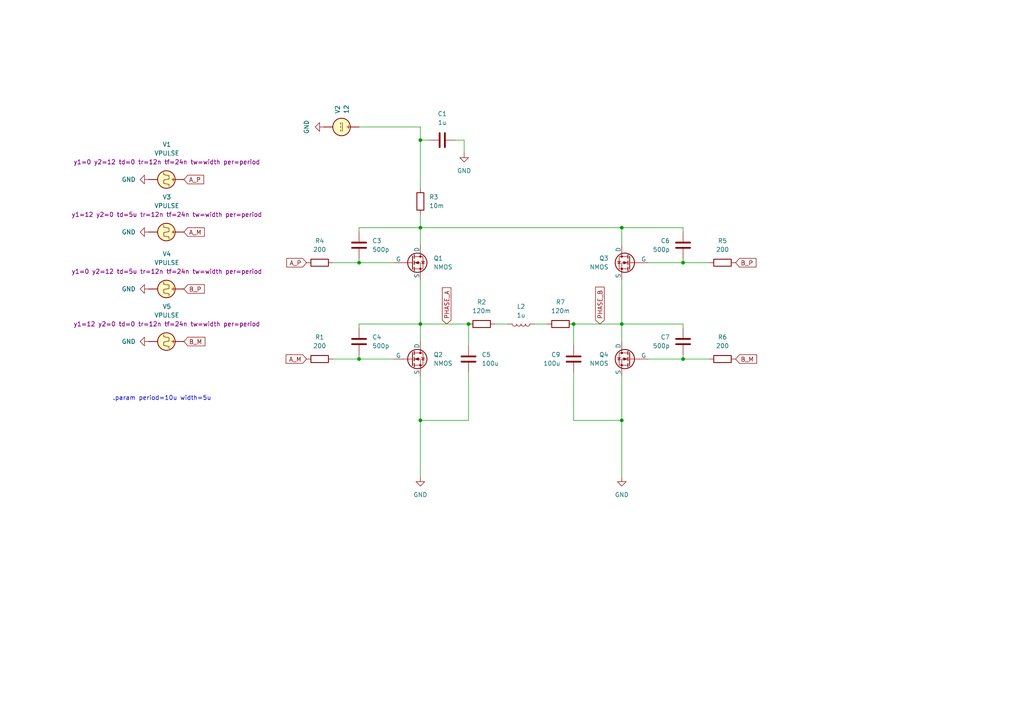
<source format=kicad_sch>
(kicad_sch (version 20250114) (generator "eeschema") (generator_version "9.0")
  (paper "A4")
  (lib_symbols
    (symbol "Device:C" (pin_numbers (hide yes)) (pin_names (offset 0.254))
      (property "Reference" "C" (at 0.635 2.54 0))
      (property "Value" "C" (at 0.635 -2.54 0))
      (symbol "C_0_1"
        (polyline (pts (xy -2.032 0.762) (xy 2.032 0.762)) (stroke (width 0.508)))
        (polyline (pts (xy -2.032 -0.762) (xy 2.032 -0.762)) (stroke (width 0.508)))
      )
      (symbol "C_1_1"
        (pin passive line (at 0 3.81 270) (length 2.794) (name "~") (number "1"))
        (pin passive line (at 0 -3.81 90) (length 2.794) (name "~") (number "2"))
      )
    )
    (symbol "Device:L" (pin_numbers (hide yes)) (pin_names (offset 1.016) (hide yes))
      (property "Reference" "L" (at -1.27 0 90))
      (property "Value" "L" (at 1.905 0 90))
      (symbol "L_0_1"
        (arc (start 0 2.54) (mid 0.6323 1.905) (end 0 1.27))
        (arc (start 0 1.27) (mid 0.6323 0.635) (end 0 0))
        (arc (start 0 0) (mid 0.6323 -0.635) (end 0 -1.27))
        (arc (start 0 -1.27) (mid 0.6323 -1.905) (end 0 -2.54))
      )
      (symbol "L_1_1"
        (pin passive line (at 0 3.81 270) (length 1.27) (name "1") (number "1"))
        (pin passive line (at 0 -3.81 90) (length 1.27) (name "2") (number "2"))
      )
    )
    (symbol "Device:R" (pin_numbers (hide yes)) (pin_names (offset 0))
      (property "Reference" "R" (at 2.032 0 90))
      (property "Value" "R" (at 0 0 90))
      (symbol "R_0_1"
        (rectangle (start -1.016 -2.54) (end 1.016 2.54) (stroke (width 0.254)))
      )
      (symbol "R_1_1"
        (pin passive line (at 0 3.81 270) (length 1.27) (name "~") (number "1"))
        (pin passive line (at 0 -3.81 90) (length 1.27) (name "~") (number "2"))
      )
    )
    (symbol "Simulation_SPICE:NMOS" (pin_numbers (hide yes)) (pin_names (offset 0))
      (property "Reference" "Q" (at 5.08 1.27 0))
      (property "Value" "NMOS" (at 5.08 -1.27 0))
      (symbol "NMOS_0_1"
        (polyline (pts (xy 0.254 1.905) (xy 0.254 -1.905)) (stroke (width 0.254)))
        (polyline (pts (xy 0.254 0) (xy -2.54 0)))
        (polyline (pts (xy 0.762 2.286) (xy 0.762 1.27)) (stroke (width 0.254)))
        (polyline (pts (xy 0.762 0.508) (xy 0.762 -0.508)) (stroke (width 0.254)))
        (polyline (pts (xy 0.762 -1.27) (xy 0.762 -2.286)) (stroke (width 0.254)))
        (polyline (pts (xy 0.762 -1.778) (xy 3.302 -1.778) (xy 3.302 1.778) (xy 0.762 1.778)))
        (polyline (pts (xy 1.016 0) (xy 2.032 0.381) (xy 2.032 -0.381) (xy 1.016 0)) (fill (type outline)))
        (circle (center 1.651 0) (radius 2.794) (stroke (width 0.254)))
        (polyline (pts (xy 2.54 2.54) (xy 2.54 1.778)))
        (circle (center 2.54 1.778) (radius 0.254) (fill (type outline)))
        (circle (center 2.54 -1.778) (radius 0.254) (fill (type outline)))
        (polyline (pts (xy 2.54 -2.54) (xy 2.54 0) (xy 0.762 0)))
        (polyline (pts (xy 2.794 0.508) (xy 2.921 0.381) (xy 3.683 0.381) (xy 3.81 0.254)))
        (polyline (pts (xy 3.302 0.381) (xy 2.921 -0.254) (xy 3.683 -0.254) (xy 3.302 0.381)))
      )
      (symbol "NMOS_1_1"
        (pin input line (at -5.08 0 0) (length 2.54) (name "G") (number "2"))
        (pin passive line (at 2.54 5.08 270) (length 2.54) (name "D") (number "1"))
        (pin passive line (at 2.54 -5.08 90) (length 2.54) (name "S") (number "3"))
      )
    )
    (symbol "Simulation_SPICE:VDC" (pin_numbers (hide yes)) (pin_names (offset 0.0254))
      (property "Reference" "V" (at 2.54 2.54 0))
      (property "Value" "1" (at 2.54 0 0))
      (symbol "VDC_0_0"
        (polyline (pts (xy -1.27 0.254) (xy 1.27 0.254)))
        (polyline (pts (xy -0.762 -0.254) (xy -1.27 -0.254)))
        (polyline (pts (xy 0.254 -0.254) (xy -0.254 -0.254)))
        (polyline (pts (xy 1.27 -0.254) (xy 0.762 -0.254)))
        (text "+" (at 0 1.905 0) (effects (font (size 1.27 1.27))))
      )
      (symbol "VDC_0_1"
        (circle (center 0 0) (radius 2.54) (stroke (width 0.254)) (fill (type background)))
      )
      (symbol "VDC_1_1"
        (pin passive line (at 0 5.08 270) (length 2.54) (name "~") (number "1"))
        (pin passive line (at 0 -5.08 90) (length 2.54) (name "~") (number "2"))
      )
    )
    (symbol "Simulation_SPICE:VPULSE" (pin_numbers (hide yes)) (pin_names (offset 0.0254))
      (property "Reference" "V" (at 2.54 2.54 0))
      (property "Value" "VPULSE" (at 2.54 0 0))
      (property "Sim.Params" "y1=0 y2=1 td=2n tr=2n tf=2n tw=50n per=100n" (at 2.54 -2.54 0))
      (symbol "VPULSE_0_0"
        (polyline (pts (xy -2.032 -0.762) (xy -1.397 -0.762) (xy -1.143 0.762) (xy -0.127 0.762) (xy 0.127 -0.762) (xy 1.143 -0.762) (xy 1.397 0.762) (xy 2.032 0.762)))
        (text "+" (at 0 1.905 0) (effects (font (size 1.27 1.27))))
      )
      (symbol "VPULSE_0_1"
        (circle (center 0 0) (radius 2.54) (stroke (width 0.254)) (fill (type background)))
      )
      (symbol "VPULSE_1_1"
        (pin passive line (at 0 5.08 270) (length 2.54) (name "~") (number "1"))
        (pin passive line (at 0 -5.08 90) (length 2.54) (name "~") (number "2"))
      )
    )
    (symbol "power:GND" (power) (pin_numbers (hide yes)) (pin_names (offset 0) (hide yes))
      (property "Value" "GND" (at 0 -3.81 0))
      (symbol "GND_0_1"
        (polyline (pts (xy 0 0) (xy 0 -1.27) (xy 1.27 -1.27) (xy 0 -2.54) (xy -1.27 -1.27) (xy 0 -1.27)))
      )
      (symbol "GND_1_1"
        (pin power_in line (at 0 0 270) (length 0) (name "~") (number "1"))
      )
    )
  )
  (text ".param period=10u width=5u" (at 46.99 115.57 0) (effects (font (size 1.27 1.27))))
  (junction (at 121.92 40.64))
  (junction (at 104.14 104.14))
  (junction (at 104.14 76.2))
  (junction (at 121.92 121.92))
  (junction (at 198.12 76.2))
  (junction (at 180.34 121.92))
  (junction (at 198.12 104.14))
  (junction (at 180.34 66.04))
  (junction (at 180.34 93.98))
  (junction (at 121.92 93.98))
  (junction (at 166.37 93.98))
  (junction (at 121.92 66.04))
  (junction (at 135.89 93.98))
  (wire (pts (xy 198.12 76.2) (xy 187.96 76.2)))
  (wire (pts (xy 198.12 102.87) (xy 198.12 104.14)))
  (wire (pts (xy 166.37 93.98) (xy 180.34 93.98)))
  (wire (pts (xy 143.51 93.98) (xy 147.32 93.98)))
  (wire (pts (xy 121.92 40.64) (xy 121.92 54.61)))
  (wire (pts (xy 121.92 93.98) (xy 121.92 99.06)))
  (wire (pts (xy 198.12 95.25) (xy 198.12 93.98)))
  (wire (pts (xy 104.14 74.93) (xy 104.14 76.2)))
  (wire (pts (xy 121.92 81.28) (xy 121.92 93.98)))
  (wire (pts (xy 104.14 67.31) (xy 104.14 66.04)))
  (wire (pts (xy 121.92 36.83) (xy 121.92 40.64)))
  (wire (pts (xy 158.75 93.98) (xy 154.94 93.98)))
  (wire (pts (xy 198.12 67.31) (xy 198.12 66.04)))
  (wire (pts (xy 121.92 66.04) (xy 180.34 66.04)))
  (wire (pts (xy 96.52 104.14) (xy 104.14 104.14)))
  (wire (pts (xy 166.37 107.95) (xy 166.37 121.92)))
  (wire (pts (xy 121.92 109.22) (xy 121.92 121.92)))
  (wire (pts (xy 180.34 109.22) (xy 180.34 121.92)))
  (wire (pts (xy 104.14 66.04) (xy 121.92 66.04)))
  (wire (pts (xy 135.89 93.98) (xy 121.92 93.98)))
  (wire (pts (xy 121.92 121.92) (xy 121.92 138.43)))
  (wire (pts (xy 180.34 81.28) (xy 180.34 93.98)))
  (wire (pts (xy 166.37 100.33) (xy 166.37 93.98)))
  (wire (pts (xy 198.12 74.93) (xy 198.12 76.2)))
  (wire (pts (xy 135.89 100.33) (xy 135.89 93.98)))
  (wire (pts (xy 205.74 76.2) (xy 198.12 76.2)))
  (wire (pts (xy 180.34 121.92) (xy 166.37 121.92)))
  (wire (pts (xy 104.14 93.98) (xy 121.92 93.98)))
  (wire (pts (xy 104.14 36.83) (xy 121.92 36.83)))
  (wire (pts (xy 198.12 93.98) (xy 180.34 93.98)))
  (wire (pts (xy 104.14 104.14) (xy 114.3 104.14)))
  (wire (pts (xy 135.89 107.95) (xy 135.89 121.92)))
  (wire (pts (xy 121.92 66.04) (xy 121.92 71.12)))
  (wire (pts (xy 104.14 76.2) (xy 114.3 76.2)))
  (wire (pts (xy 104.14 95.25) (xy 104.14 93.98)))
  (wire (pts (xy 198.12 104.14) (xy 187.96 104.14)))
  (wire (pts (xy 121.92 121.92) (xy 135.89 121.92)))
  (wire (pts (xy 96.52 76.2) (xy 104.14 76.2)))
  (wire (pts (xy 124.46 40.64) (xy 121.92 40.64)))
  (wire (pts (xy 180.34 121.92) (xy 180.34 138.43)))
  (wire (pts (xy 104.14 102.87) (xy 104.14 104.14)))
  (wire (pts (xy 180.34 93.98) (xy 180.34 99.06)))
  (wire (pts (xy 134.62 40.64) (xy 134.62 44.45)))
  (wire (pts (xy 180.34 66.04) (xy 180.34 71.12)))
  (wire (pts (xy 121.92 66.04) (xy 121.92 62.23)))
  (wire (pts (xy 198.12 66.04) (xy 180.34 66.04)))
  (wire (pts (xy 205.74 104.14) (xy 198.12 104.14)))
  (wire (pts (xy 132.08 40.64) (xy 134.62 40.64)))
  (global_label "A_P" (shape input) (at 53.34 52.07 0) (property "Intersheetrefs" "${INTERSHEET_REFS}" (effects (hide yes))))
  (global_label "B_M" (shape input) (at 213.36 104.14 0) (property "Intersheetrefs" "${INTERSHEET_REFS}" (effects (hide yes))))
  (global_label "B_P" (shape input) (at 53.34 83.82 0) (property "Intersheetrefs" "${INTERSHEET_REFS}" (effects (hide yes))))
  (global_label "B_P" (shape input) (at 213.36 76.2 0) (property "Intersheetrefs" "${INTERSHEET_REFS}" (effects (hide yes))))
  (global_label "A_M" (shape input) (at 53.34 67.31 0) (property "Intersheetrefs" "${INTERSHEET_REFS}" (effects (hide yes))))
  (global_label "B_M" (shape input) (at 53.34 99.06 0) (property "Intersheetrefs" "${INTERSHEET_REFS}" (effects (hide yes))))
  (global_label "A_P" (shape input) (at 88.9 76.2 180) (property "Intersheetrefs" "${INTERSHEET_REFS}" (effects (hide yes))))
  (global_label "PHASE_B" (shape input) (at 173.99 93.98 90) (property "Intersheetrefs" "${INTERSHEET_REFS}" (effects (hide yes))))
  (global_label "PHASE_A" (shape input) (at 129.54 93.98 90) (property "Intersheetrefs" "${INTERSHEET_REFS}" (effects (hide yes))))
  (global_label "A_M" (shape input) (at 88.9 104.14 180) (property "Intersheetrefs" "${INTERSHEET_REFS}" (effects (hide yes))))
  (symbol (lib_id "Device:R") (at 139.7 93.98 270) (unit 1)
    (property "Reference" "R2" (at 139.7 87.63 90))
    (property "Value" "120m" (at 139.7 90.17 90))
    (property "Description" "Resistor" (effects (hide yes)))
  )
  (symbol (lib_id "Device:C") (at 166.37 104.14 0) (mirror y) (unit 1)
    (property "Reference" "C9" (at 162.56 102.8699 0) (effects (justify left)))
    (property "Value" "100u" (at 162.56 105.4099 0) (effects (justify left)))
    (property "Description" "Unpolarized capacitor" (effects (hide yes)))
  )
  (symbol (lib_id "power:GND") (at 43.18 52.07 270) (unit 1)
    (property "Reference" "#PWR01" (effects (hide yes)))
    (property "Value" "GND" (at 39.37 52.0699 90) (effects (justify right)))
    (property "Description" "Power symbol creates a global label with name \"GND\" , ground" (effects (hide yes)))
  )
  (symbol (lib_id "Simulation_SPICE:VPULSE") (at 48.26 83.82 270) (unit 1)
    (property "Reference" "V4" (at 48.3898 73.66 90))
    (property "Value" "VPULSE" (at 48.3898 76.2 90))
    (property "Datasheet" "https://ngspice.sourceforge.io/docs/ngspice-html-manual/manual.xhtml#sec_Independent_Sources_for" (effects (hide yes)))
    (property "Description" "Voltage source, pulse" (effects (hide yes)))
    (property "Sim.Pins" "1=+ 2=-" (effects (hide yes)))
    (property "Sim.Type" "PULSE" (effects (hide yes)))
    (property "Sim.Device" "V" (effects (hide yes)))
    (property "Sim.Params" "y1=0 y2=12 td=5u tr=12n tf=24n tw=width per=period" (at 48.3898 78.74 90))
  )
  (symbol (lib_id "Device:L") (at 151.13 93.98 270) (unit 1)
    (property "Reference" "L2" (at 151.13 88.9 90))
    (property "Value" "1u" (at 151.13 91.44 90))
    (property "Description" "Inductor" (effects (hide yes)))
  )
  (symbol (lib_id "Device:C") (at 128.27 40.64 90) (unit 1) (exclude_from_sim yes)
    (property "Reference" "C1" (at 128.27 33.02 90))
    (property "Value" "1u" (at 128.27 35.56 90))
    (property "Description" "Unpolarized capacitor" (effects (hide yes)))
  )
  (symbol (lib_id "power:GND") (at 43.18 83.82 270) (unit 1)
    (property "Reference" "#PWR07" (effects (hide yes)))
    (property "Value" "GND" (at 39.37 83.8199 90) (effects (justify right)))
    (property "Description" "Power symbol creates a global label with name \"GND\" , ground" (effects (hide yes)))
  )
  (symbol (lib_id "Device:R") (at 209.55 76.2 270) (mirror x) (unit 1)
    (property "Reference" "R5" (at 209.55 69.85 90))
    (property "Value" "200" (at 209.55 72.39 90))
    (property "Description" "Resistor" (effects (hide yes)))
  )
  (symbol (lib_id "Device:C") (at 104.14 99.06 0) (unit 1)
    (property "Reference" "C4" (at 107.95 97.7899 0) (effects (justify left)))
    (property "Value" "500p" (at 107.95 100.3299 0) (effects (justify left)))
    (property "Description" "Unpolarized capacitor" (effects (hide yes)))
  )
  (symbol (lib_id "Simulation_SPICE:NMOS") (at 182.88 104.14 0) (mirror y) (unit 1)
    (property "Reference" "Q4" (at 176.53 102.8699 0) (effects (justify left)))
    (property "Value" "NMOS" (at 176.53 105.4099 0) (effects (justify left)))
    (property "Datasheet" "https://ngspice.sourceforge.io/docs/ngspice-html-manual/manual.xhtml#cha_MOSFETs" (effects (hide yes)))
    (property "Description" "N-MOSFET transistor, drain/source/gate" (effects (hide yes)))
    (property "Sim.Device" "SUBCKT" (effects (hide yes)))
    (property "Sim.Pins" "1=DRAIN 2=GATE 3=SOURCE" (effects (hide yes)))
    (property "Sim.Library" "/home/reese/Documents/spice_models/BUK98150-55A.lib" (effects (hide yes)))
    (property "Sim.Name" "BUK98150-55" (effects (hide yes)))
  )
  (symbol (lib_id "power:GND") (at 93.98 36.83 270) (unit 1)
    (property "Reference" "#PWR02" (effects (hide yes)))
    (property "Value" "GND" (at 88.9 36.83 0))
    (property "Description" "Power symbol creates a global label with name \"GND\" , ground" (effects (hide yes)))
  )
  (symbol (lib_id "Device:C") (at 104.14 71.12 0) (unit 1)
    (property "Reference" "C3" (at 107.95 69.8499 0) (effects (justify left)))
    (property "Value" "500p" (at 107.95 72.3899 0) (effects (justify left)))
    (property "Description" "Unpolarized capacitor" (effects (hide yes)))
  )
  (symbol (lib_id "power:GND") (at 121.92 138.43 0) (unit 1)
    (property "Reference" "#PWR05" (effects (hide yes)))
    (property "Value" "GND" (at 121.92 143.51 0))
    (property "Description" "Power symbol creates a global label with name \"GND\" , ground" (effects (hide yes)))
  )
  (symbol (lib_id "Simulation_SPICE:VPULSE") (at 48.26 52.07 270) (unit 1)
    (property "Reference" "V1" (at 48.3898 41.91 90))
    (property "Value" "VPULSE" (at 48.3898 44.45 90))
    (property "Datasheet" "https://ngspice.sourceforge.io/docs/ngspice-html-manual/manual.xhtml#sec_Independent_Sources_for" (effects (hide yes)))
    (property "Description" "Voltage source, pulse" (effects (hide yes)))
    (property "Sim.Pins" "1=+ 2=-" (effects (hide yes)))
    (property "Sim.Type" "PULSE" (effects (hide yes)))
    (property "Sim.Device" "V" (effects (hide yes)))
    (property "Sim.Params" "y1=0 y2=12 td=0 tr=12n tf=24n tw=width per=period" (at 48.3898 46.99 90))
  )
  (symbol (lib_id "Device:C") (at 135.89 104.14 0) (unit 1)
    (property "Reference" "C5" (at 139.7 102.8699 0) (effects (justify left)))
    (property "Value" "100u" (at 139.7 105.4099 0) (effects (justify left)))
    (property "Description" "Unpolarized capacitor" (effects (hide yes)))
  )
  (symbol (lib_id "Simulation_SPICE:VPULSE") (at 48.26 99.06 270) (unit 1)
    (property "Reference" "V5" (at 48.3898 88.9 90))
    (property "Value" "VPULSE" (at 48.3898 91.44 90))
    (property "Datasheet" "https://ngspice.sourceforge.io/docs/ngspice-html-manual/manual.xhtml#sec_Independent_Sources_for" (effects (hide yes)))
    (property "Description" "Voltage source, pulse" (effects (hide yes)))
    (property "Sim.Pins" "1=+ 2=-" (effects (hide yes)))
    (property "Sim.Type" "PULSE" (effects (hide yes)))
    (property "Sim.Device" "V" (effects (hide yes)))
    (property "Sim.Params" "y1=12 y2=0 td=0 tr=12n tf=24n tw=width per=period" (at 48.3898 93.98 90))
  )
  (symbol (lib_id "Simulation_SPICE:NMOS") (at 119.38 76.2 0) (unit 1)
    (property "Reference" "Q1" (at 125.73 74.9299 0) (effects (justify left)))
    (property "Value" "NMOS" (at 125.73 77.4699 0) (effects (justify left)))
    (property "Datasheet" "https://ngspice.sourceforge.io/docs/ngspice-html-manual/manual.xhtml#cha_MOSFETs" (effects (hide yes)))
    (property "Description" "N-MOSFET transistor, drain/source/gate" (effects (hide yes)))
    (property "Sim.Device" "SUBCKT" (effects (hide yes)))
    (property "Sim.Pins" "1=DRAIN 2=GATE 3=SOURCE" (effects (hide yes)))
    (property "Sim.Library" "/home/reese/Documents/spice_models/BUK98150-55A.lib" (effects (hide yes)))
    (property "Sim.Name" "BUK98150-55" (effects (hide yes)))
  )
  (symbol (lib_id "Simulation_SPICE:VDC") (at 99.06 36.83 270) (unit 1)
    (property "Reference" "V2" (at 97.9197 33.02 0) (effects (justify right)))
    (property "Value" "12" (at 100.4597 33.02 0) (effects (justify right)))
    (property "Datasheet" "https://ngspice.sourceforge.io/docs/ngspice-html-manual/manual.xhtml#sec_Independent_Sources_for" (effects (hide yes)))
    (property "Description" "Voltage source, DC" (effects (hide yes)))
    (property "Sim.Pins" "1=+ 2=-" (effects (hide yes)))
    (property "Sim.Type" "DC" (effects (hide yes)))
    (property "Sim.Device" "V" (effects (hide yes)))
  )
  (symbol (lib_id "Device:C") (at 198.12 71.12 0) (mirror y) (unit 1)
    (property "Reference" "C6" (at 194.31 69.8499 0) (effects (justify left)))
    (property "Value" "500p" (at 194.31 72.3899 0) (effects (justify left)))
    (property "Description" "Unpolarized capacitor" (effects (hide yes)))
  )
  (symbol (lib_id "Device:R") (at 209.55 104.14 270) (mirror x) (unit 1)
    (property "Reference" "R6" (at 209.55 97.79 90))
    (property "Value" "200" (at 209.55 100.33 90))
    (property "Description" "Resistor" (effects (hide yes)))
  )
  (symbol (lib_id "Device:R") (at 121.92 58.42 180) (unit 1)
    (property "Reference" "R3" (at 124.46 57.1499 0) (effects (justify right)))
    (property "Value" "10m" (at 124.46 59.6899 0) (effects (justify right)))
    (property "Description" "Resistor" (effects (hide yes)))
  )
  (symbol (lib_id "Simulation_SPICE:VPULSE") (at 48.26 67.31 270) (unit 1)
    (property "Reference" "V3" (at 48.3898 57.15 90))
    (property "Value" "VPULSE" (at 48.3898 59.69 90))
    (property "Datasheet" "https://ngspice.sourceforge.io/docs/ngspice-html-manual/manual.xhtml#sec_Independent_Sources_for" (effects (hide yes)))
    (property "Description" "Voltage source, pulse" (effects (hide yes)))
    (property "Sim.Pins" "1=+ 2=-" (effects (hide yes)))
    (property "Sim.Type" "PULSE" (effects (hide yes)))
    (property "Sim.Device" "V" (effects (hide yes)))
    (property "Sim.Params" "y1=12 y2=0 td=5u tr=12n tf=24n tw=width per=period" (at 48.3898 62.23 90))
  )
  (symbol (lib_id "power:GND") (at 134.62 44.45 0) (unit 1)
    (property "Reference" "#PWR04" (effects (hide yes)))
    (property "Value" "GND" (at 134.62 49.53 0))
    (property "Description" "Power symbol creates a global label with name \"GND\" , ground" (effects (hide yes)))
  )
  (symbol (lib_id "Device:C") (at 198.12 99.06 0) (mirror y) (unit 1)
    (property "Reference" "C7" (at 194.31 97.7899 0) (effects (justify left)))
    (property "Value" "500p" (at 194.31 100.3299 0) (effects (justify left)))
    (property "Description" "Unpolarized capacitor" (effects (hide yes)))
  )
  (symbol (lib_id "power:GND") (at 43.18 67.31 270) (unit 1)
    (property "Reference" "#PWR03" (effects (hide yes)))
    (property "Value" "GND" (at 39.37 67.3099 90) (effects (justify right)))
    (property "Description" "Power symbol creates a global label with name \"GND\" , ground" (effects (hide yes)))
  )
  (symbol (lib_id "Device:R") (at 92.71 76.2 90) (unit 1)
    (property "Reference" "R4" (at 92.71 69.85 90))
    (property "Value" "200" (at 92.71 72.39 90))
    (property "Description" "Resistor" (effects (hide yes)))
  )
  (symbol (lib_id "power:GND") (at 180.34 138.43 0) (unit 1)
    (property "Reference" "#PWR06" (effects (hide yes)))
    (property "Value" "GND" (at 180.34 143.51 0))
    (property "Description" "Power symbol creates a global label with name \"GND\" , ground" (effects (hide yes)))
  )
  (symbol (lib_id "Device:R") (at 92.71 104.14 90) (unit 1)
    (property "Reference" "R1" (at 92.71 97.79 90))
    (property "Value" "200" (at 92.71 100.33 90))
    (property "Description" "Resistor" (effects (hide yes)))
  )
  (symbol (lib_id "Simulation_SPICE:NMOS") (at 119.38 104.14 0) (unit 1)
    (property "Reference" "Q2" (at 125.73 102.8699 0) (effects (justify left)))
    (property "Value" "NMOS" (at 125.73 105.4099 0) (effects (justify left)))
    (property "Datasheet" "https://ngspice.sourceforge.io/docs/ngspice-html-manual/manual.xhtml#cha_MOSFETs" (effects (hide yes)))
    (property "Description" "N-MOSFET transistor, drain/source/gate" (effects (hide yes)))
    (property "Sim.Device" "SUBCKT" (effects (hide yes)))
    (property "Sim.Pins" "1=DRAIN 2=GATE 3=SOURCE" (effects (hide yes)))
    (property "Sim.Library" "/home/reese/Documents/spice_models/BUK98150-55A.lib" (effects (hide yes)))
    (property "Sim.Name" "BUK98150-55" (effects (hide yes)))
  )
  (symbol (lib_id "Device:R") (at 162.56 93.98 90) (mirror x) (unit 1)
    (property "Reference" "R7" (at 162.56 87.63 90))
    (property "Value" "120m" (at 162.56 90.17 90))
    (property "Description" "Resistor" (effects (hide yes)))
  )
  (symbol (lib_id "Simulation_SPICE:NMOS") (at 182.88 76.2 0) (mirror y) (unit 1)
    (property "Reference" "Q3" (at 176.53 74.9299 0) (effects (justify left)))
    (property "Value" "NMOS" (at 176.53 77.4699 0) (effects (justify left)))
    (property "Datasheet" "https://ngspice.sourceforge.io/docs/ngspice-html-manual/manual.xhtml#cha_MOSFETs" (effects (hide yes)))
    (property "Description" "N-MOSFET transistor, drain/source/gate" (effects (hide yes)))
    (property "Sim.Device" "SUBCKT" (effects (hide yes)))
    (property "Sim.Pins" "1=DRAIN 2=GATE 3=SOURCE" (effects (hide yes)))
    (property "Sim.Library" "/home/reese/Documents/spice_models/BUK98150-55A.lib" (effects (hide yes)))
    (property "Sim.Name" "BUK98150-55" (effects (hide yes)))
  )
  (symbol (lib_id "power:GND") (at 43.18 99.06 270) (unit 1)
    (property "Reference" "#PWR08" (effects (hide yes)))
    (property "Value" "GND" (at 39.37 99.0599 90) (effects (justify right)))
    (property "Description" "Power symbol creates a global label with name \"GND\" , ground" (effects (hide yes)))
  )
)
</source>
